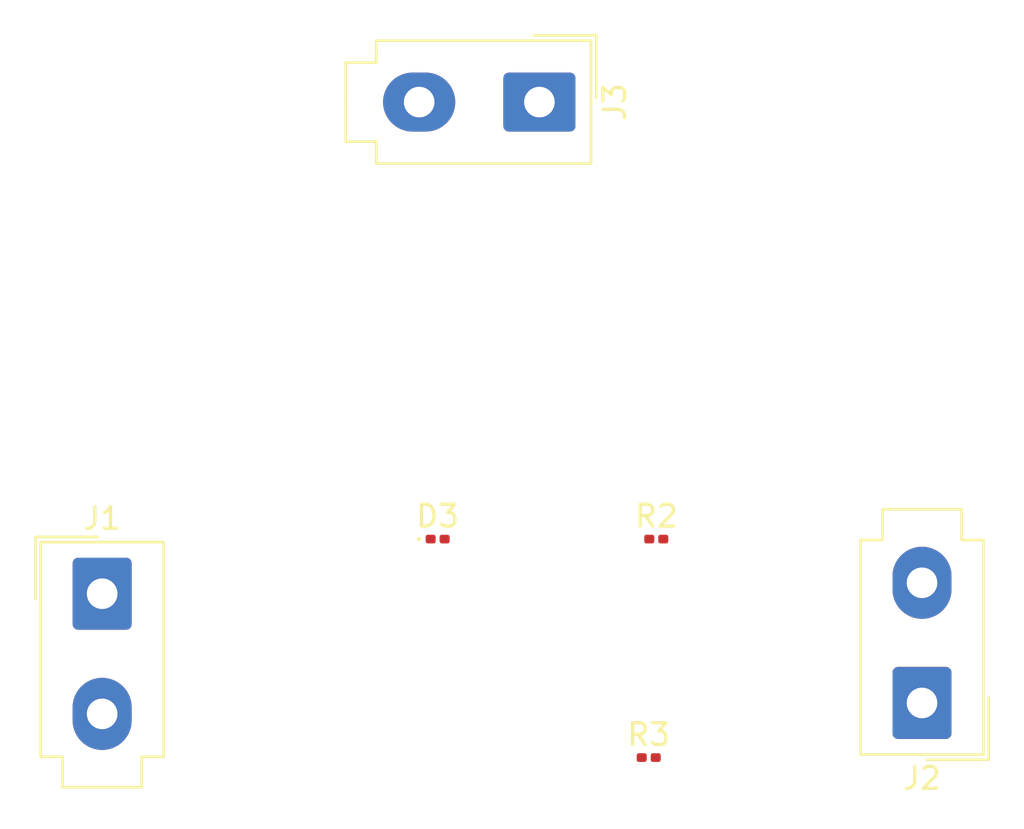
<source format=kicad_pcb>
(kicad_pcb (version 20211014) (generator pcbnew)
  (layers (0 "F.Cu" signal) (31 "B.Cu" signal) (34 "B.Paste" user) (35 "F.Paste" user) (36 "B.SilkS" user "B.Silkscreen") (37 "F.SilkS" user "F.Silkscreen") (38 "B.Mask" user) (39 "F.Mask" user) (44 "Edge.Cuts" user))
  (net 0 "")
  (net 1 "GND")
  (net 2 "Net-(D1-Pad2)")
  (net 3 "+3V3")
  (net 4 "Net-(J3-Pad1)")
  (footprint "RCAS_Resistor_SMD:R_0201_0603Metric" (layer "F.Cu") (at 165 132.5)
    (fp_text reference "R3" (at 0 -1.05) (layer "F.SilkS"))
    (fp_text value "Resistor")
    (pad "1" smd roundrect locked (at -0.32 0) (size 0.46 0.4) (layers "F.Cu" "F.Mask") (net 4 "Net-(J3-Pad1)"))
    (pad "2" smd roundrect locked (at 0.32 0) (size 0.46 0.4) (layers "F.Cu" "F.Mask") (net 3 "+3V3"))
  )
  (footprint "RCAS_Resistor_SMD:R_0201_0603Metric" (layer "F.Cu") (at 165.345 122.5)
    (fp_text reference "R2" (at 0 -1.05) (layer "F.SilkS"))
    (fp_text value "Resistor")
    (pad "1" smd roundrect locked (at -0.32 0) (size 0.46 0.4) (layers "F.Cu" "F.Mask") (net 1 "GND"))
    (pad "2" smd roundrect locked (at 0.32 0) (size 0.46 0.4) (layers "F.Cu" "F.Mask") (net 4 "Net-(J3-Pad1)"))
  )
  (footprint "RCAS_Connector_Molex:Molex_Mini-Fit_Jr_5566-02A_2x01_P4.20mm_Vertical" (layer "F.Cu") (at 177.5 130 180)
    (fp_text reference "J2" (at 0 -3.45) (layer "F.SilkS"))
    (fp_text value "Conn_01x02")
    (fp_line (start -2.81 -2.36) (end -2.81 7.46) (layer "F.SilkS") (width 0.12))
    (fp_line (start 2.81 7.46) (end 1.81 7.46) (layer "F.SilkS") (width 0.12))
    (fp_line (start -0.2 -2.6) (end -3.05 -2.6) (layer "F.SilkS") (width 0.12))
    (fp_line (start 1.81 7.46) (end 1.81 8.86) (layer "F.SilkS") (width 0.12))
    (fp_line (start 0 -2.36) (end -2.81 -2.36) (layer "F.SilkS") (width 0.12))
    (fp_line (start -1.81 8.86) (end 0 8.86) (layer "F.SilkS") (width 0.12))
    (fp_line (start -2.81 7.46) (end -1.81 7.46) (layer "F.SilkS") (width 0.12))
    (fp_line (start -1.81 7.46) (end -1.81 8.86) (layer "F.SilkS") (width 0.12))
    (fp_line (start 0 -2.36) (end 2.81 -2.36) (layer "F.SilkS") (width 0.12))
    (fp_line (start -3.05 -2.6) (end -3.05 0.25) (layer "F.SilkS") (width 0.12))
    (fp_line (start 2.81 -2.36) (end 2.81 7.46) (layer "F.SilkS") (width 0.12))
    (fp_line (start 1.81 8.86) (end 0 8.86) (layer "F.SilkS") (width 0.12))
    (pad "1" thru_hole roundrect locked (at 0 0 180) (size 2.7 3.3) (drill 1.4) (layers *.Cu *.Mask) (roundrect_rratio 0.092593) (net 3 "+3V3"))
    (pad "2" thru_hole oval locked (at 0 5.5 180) (size 2.7 3.3) (drill 1.4) (layers *.Cu *.Mask) (net 1 "GND"))
  )
  (footprint "RCAS_Connector_Molex:Molex_Mini-Fit_Jr_5566-02A_2x01_P4.20mm_Vertical" (layer "F.Cu") (at 160 102.5 -90)
    (fp_text reference "J3" (at 0 -3.45 90) (layer "F.SilkS"))
    (fp_text value "Conn_01x02")
    (fp_line (start 2.81 -2.36) (end 2.81 7.46) (layer "F.SilkS") (width 0.12))
    (fp_line (start -1.81 7.46) (end -1.81 8.86) (layer "F.SilkS") (width 0.12))
    (fp_line (start -1.81 8.86) (end 0 8.86) (layer "F.SilkS") (width 0.12))
    (fp_line (start -0.2 -2.6) (end -3.05 -2.6) (layer "F.SilkS") (width 0.12))
    (fp_line (start 0 -2.36) (end -2.81 -2.36) (layer "F.SilkS") (width 0.12))
    (fp_line (start -3.05 -2.6) (end -3.05 0.25) (layer "F.SilkS") (width 0.12))
    (fp_line (start -2.81 -2.36) (end -2.81 7.46) (layer "F.SilkS") (width 0.12))
    (fp_line (start 2.81 7.46) (end 1.81 7.46) (layer "F.SilkS") (width 0.12))
    (fp_line (start 1.81 7.46) (end 1.81 8.86) (layer "F.SilkS") (width 0.12))
    (fp_line (start -2.81 7.46) (end -1.81 7.46) (layer "F.SilkS") (width 0.12))
    (fp_line (start 0 -2.36) (end 2.81 -2.36) (layer "F.SilkS") (width 0.12))
    (fp_line (start 1.81 8.86) (end 0 8.86) (layer "F.SilkS") (width 0.12))
    (pad "1" thru_hole roundrect locked (at 0 0 270) (size 2.7 3.3) (drill 1.4) (layers *.Cu *.Mask) (roundrect_rratio 0.092593) (net 4 "Net-(J3-Pad1)"))
    (pad "2" thru_hole oval locked (at 0 5.5 270) (size 2.7 3.3) (drill 1.4) (layers *.Cu *.Mask))
  )
  (footprint "RCAS_Connector_Molex:Molex_Mini-Fit_Jr_5566-02A_2x01_P4.20mm_Vertical" (layer "F.Cu") (at 140 125)
    (fp_text reference "J1" (at 0 -3.45) (layer "F.SilkS"))
    (fp_text value "Conn_01x02")
    (fp_line (start -2.81 7.46) (end -1.81 7.46) (layer "F.SilkS") (width 0.12))
    (fp_line (start -0.2 -2.6) (end -3.05 -2.6) (layer "F.SilkS") (width 0.12))
    (fp_line (start 1.81 7.46) (end 1.81 8.86) (layer "F.SilkS") (width 0.12))
    (fp_line (start -3.05 -2.6) (end -3.05 0.25) (layer "F.SilkS") (width 0.12))
    (fp_line (start 0 -2.36) (end 2.81 -2.36) (layer "F.SilkS") (width 0.12))
    (fp_line (start -1.81 7.46) (end -1.81 8.86) (layer "F.SilkS") (width 0.12))
    (fp_line (start -2.81 -2.36) (end -2.81 7.46) (layer "F.SilkS") (width 0.12))
    (fp_line (start 0 -2.36) (end -2.81 -2.36) (layer "F.SilkS") (width 0.12))
    (fp_line (start 1.81 8.86) (end 0 8.86) (layer "F.SilkS") (width 0.12))
    (fp_line (start -1.81 8.86) (end 0 8.86) (layer "F.SilkS") (width 0.12))
    (fp_line (start 2.81 7.46) (end 1.81 7.46) (layer "F.SilkS") (width 0.12))
    (fp_line (start 2.81 -2.36) (end 2.81 7.46) (layer "F.SilkS") (width 0.12))
    (pad "1" thru_hole roundrect locked (at 0 0) (size 2.7 3.3) (drill 1.4) (layers *.Cu *.Mask) (roundrect_rratio 0.092593) (net 1 "GND"))
    (pad "2" thru_hole oval locked (at 0 5.5) (size 2.7 3.3) (drill 1.4) (layers *.Cu *.Mask) (net 3 "+3V3"))
  )
  (footprint "RCAS_Diode_SMD:D_0201_0603Metric" (layer "F.Cu") (at 155.345 122.5)
    (fp_text reference "D3" (at 0 -1.05) (layer "F.SilkS"))
    (fp_text value "LED")
    (fp_circle (center -0.86 0) (end -0.81 0) (layer "F.SilkS") (width 0.1) (fill none))
    (pad "1" smd roundrect locked (at -0.32 0) (size 0.46 0.4) (layers "F.Cu" "F.Mask") (net 1 "GND"))
    (pad "2" smd roundrect locked (at 0.32 0) (size 0.46 0.4) (layers "F.Cu" "F.Mask") (net 2 "Net-(D1-Pad2)"))
  )
)
</source>
